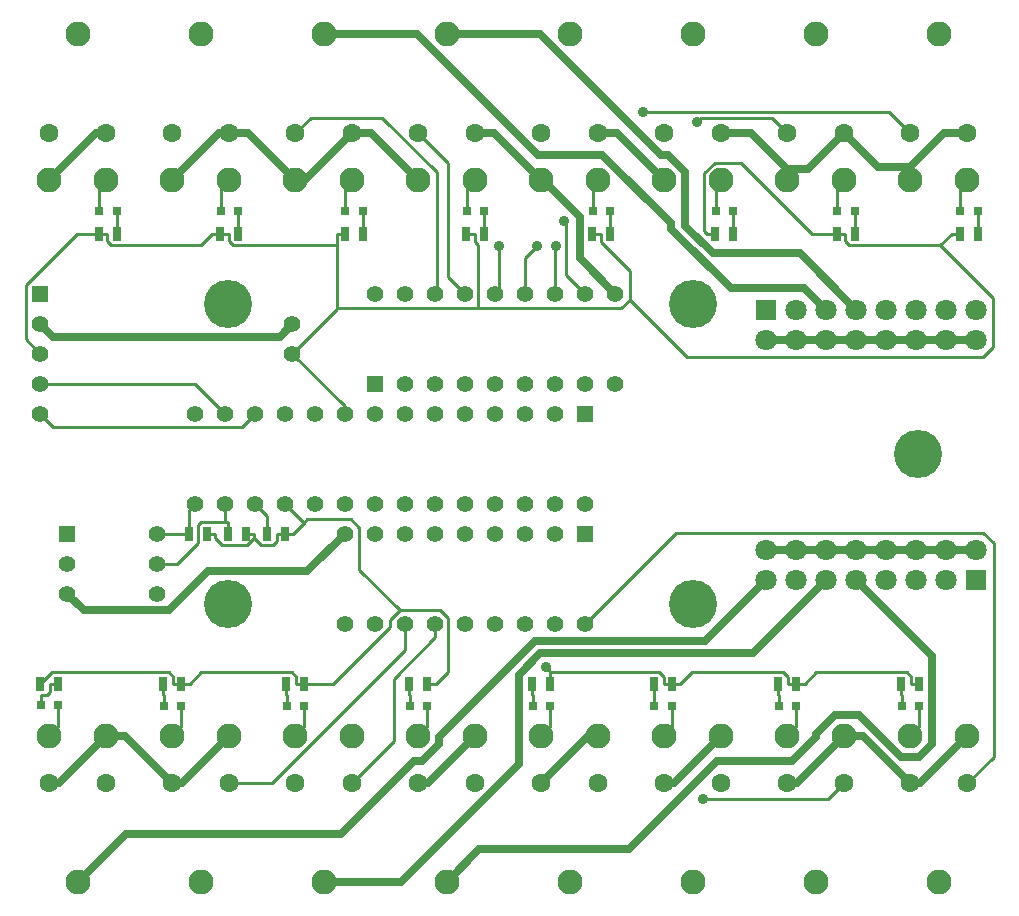
<source format=gtl>
G04 (created by PCBNEW (2013-07-07 BZR 4022)-stable) date 3/14/2014 4:09:09 PM*
%MOIN*%
G04 Gerber Fmt 3.4, Leading zero omitted, Abs format*
%FSLAX34Y34*%
G01*
G70*
G90*
G04 APERTURE LIST*
%ADD10C,0.00590551*%
%ADD11R,0.025X0.045*%
%ADD12R,0.055X0.055*%
%ADD13C,0.055*%
%ADD14R,0.0314X0.0314*%
%ADD15C,0.083*%
%ADD16C,0.063*%
%ADD17R,0.0708661X0.0708661*%
%ADD18C,0.0708661*%
%ADD19C,0.16*%
%ADD20C,0.035*%
%ADD21C,0.025*%
%ADD22C,0.01*%
G04 APERTURE END LIST*
G54D10*
G54D11*
X62750Y-35500D03*
X63350Y-35500D03*
X58650Y-35500D03*
X59250Y-35500D03*
X66800Y-35500D03*
X67400Y-35500D03*
X46250Y-35500D03*
X46850Y-35500D03*
X61300Y-50500D03*
X60700Y-50500D03*
X49050Y-50500D03*
X48450Y-50500D03*
X44950Y-50500D03*
X44350Y-50500D03*
X50400Y-35500D03*
X51000Y-35500D03*
X65450Y-50500D03*
X64850Y-50500D03*
X70900Y-35500D03*
X71500Y-35500D03*
X47800Y-45500D03*
X48400Y-45500D03*
X45200Y-45500D03*
X45800Y-45500D03*
X46500Y-45500D03*
X47100Y-45500D03*
X54450Y-35500D03*
X55050Y-35500D03*
X69550Y-50500D03*
X68950Y-50500D03*
X40250Y-50500D03*
X40850Y-50500D03*
X53150Y-50500D03*
X52550Y-50500D03*
X42200Y-35500D03*
X42800Y-35500D03*
X57250Y-50500D03*
X56650Y-50500D03*
G54D12*
X40250Y-37500D03*
G54D13*
X40250Y-38500D03*
X40250Y-39500D03*
X40250Y-40500D03*
X40250Y-41500D03*
G54D14*
X40255Y-51200D03*
X40845Y-51200D03*
X55045Y-34750D03*
X54455Y-34750D03*
X50995Y-34750D03*
X50405Y-34750D03*
X67395Y-34750D03*
X66805Y-34750D03*
X56655Y-51250D03*
X57245Y-51250D03*
X71495Y-34750D03*
X70905Y-34750D03*
X44355Y-51250D03*
X44945Y-51250D03*
X68955Y-51250D03*
X69545Y-51250D03*
X52555Y-51250D03*
X53145Y-51250D03*
X42795Y-34750D03*
X42205Y-34750D03*
X59245Y-34750D03*
X58655Y-34750D03*
X64855Y-51250D03*
X65445Y-51250D03*
X48455Y-51250D03*
X49045Y-51250D03*
X46845Y-34750D03*
X46255Y-34750D03*
X63345Y-34750D03*
X62755Y-34750D03*
X60705Y-51250D03*
X61295Y-51250D03*
G54D12*
X41150Y-45500D03*
G54D13*
X41150Y-46500D03*
X41150Y-47500D03*
X44150Y-47500D03*
X44150Y-46500D03*
X44150Y-45500D03*
X57400Y-41500D03*
X56400Y-41500D03*
X55400Y-41500D03*
X54400Y-41500D03*
X53400Y-41500D03*
X52400Y-41500D03*
X51400Y-41500D03*
X50400Y-41500D03*
X49400Y-41500D03*
X48400Y-41500D03*
X47400Y-41500D03*
X46400Y-41500D03*
X45400Y-41500D03*
G54D12*
X58400Y-41500D03*
G54D13*
X45400Y-44500D03*
X46400Y-44500D03*
X47400Y-44500D03*
X48400Y-44500D03*
X49400Y-44500D03*
X50400Y-44500D03*
X51400Y-44500D03*
X52400Y-44500D03*
X53400Y-44500D03*
X54400Y-44500D03*
X55400Y-44500D03*
X56400Y-44500D03*
X57400Y-44500D03*
X58400Y-44500D03*
G54D12*
X51400Y-40500D03*
G54D13*
X52400Y-40500D03*
X53400Y-40500D03*
X54400Y-40500D03*
X55400Y-40500D03*
X56400Y-40500D03*
X57400Y-40500D03*
X58400Y-40500D03*
X59400Y-40500D03*
X59400Y-37500D03*
X58400Y-37500D03*
X57400Y-37500D03*
X56400Y-37500D03*
X55400Y-37500D03*
X54400Y-37500D03*
X53400Y-37500D03*
X52400Y-37500D03*
X51400Y-37500D03*
G54D12*
X58400Y-45500D03*
G54D13*
X57400Y-45500D03*
X56400Y-45500D03*
X55400Y-45500D03*
X54400Y-45500D03*
X53400Y-45500D03*
X52400Y-45500D03*
X51400Y-45500D03*
X50400Y-45500D03*
X50400Y-48500D03*
X51400Y-48500D03*
X52400Y-48500D03*
X53400Y-48500D03*
X54400Y-48500D03*
X55400Y-48500D03*
X56400Y-48500D03*
X57400Y-48500D03*
X58400Y-48500D03*
X48650Y-39500D03*
X48650Y-38500D03*
G54D15*
X41500Y-28850D03*
G54D16*
X40550Y-32150D03*
X42450Y-32150D03*
G54D15*
X40550Y-33720D03*
X42450Y-33720D03*
X45600Y-28850D03*
G54D16*
X44650Y-32150D03*
X46550Y-32150D03*
G54D15*
X44650Y-33720D03*
X46550Y-33720D03*
X49700Y-28850D03*
G54D16*
X48750Y-32150D03*
X50650Y-32150D03*
G54D15*
X48750Y-33720D03*
X50650Y-33720D03*
X53800Y-28850D03*
G54D16*
X52850Y-32150D03*
X54750Y-32150D03*
G54D15*
X52850Y-33720D03*
X54750Y-33720D03*
X57900Y-28850D03*
G54D16*
X56950Y-32150D03*
X58850Y-32150D03*
G54D15*
X56950Y-33720D03*
X58850Y-33720D03*
X62000Y-28850D03*
G54D16*
X61050Y-32150D03*
X62950Y-32150D03*
G54D15*
X61050Y-33720D03*
X62950Y-33720D03*
X66100Y-28850D03*
G54D16*
X65150Y-32150D03*
X67050Y-32150D03*
G54D15*
X65150Y-33720D03*
X67050Y-33720D03*
X70200Y-28850D03*
G54D16*
X69250Y-32150D03*
X71150Y-32150D03*
G54D15*
X69250Y-33720D03*
X71150Y-33720D03*
X41500Y-57100D03*
G54D16*
X42450Y-53800D03*
X40550Y-53800D03*
G54D15*
X42450Y-52230D03*
X40550Y-52230D03*
X45600Y-57100D03*
G54D16*
X46550Y-53800D03*
X44650Y-53800D03*
G54D15*
X46550Y-52230D03*
X44650Y-52230D03*
X49700Y-57100D03*
G54D16*
X50650Y-53800D03*
X48750Y-53800D03*
G54D15*
X50650Y-52230D03*
X48750Y-52230D03*
X53800Y-57100D03*
G54D16*
X54750Y-53800D03*
X52850Y-53800D03*
G54D15*
X54750Y-52230D03*
X52850Y-52230D03*
X57900Y-57100D03*
G54D16*
X58850Y-53800D03*
X56950Y-53800D03*
G54D15*
X58850Y-52230D03*
X56950Y-52230D03*
X62000Y-57100D03*
G54D16*
X62950Y-53800D03*
X61050Y-53800D03*
G54D15*
X62950Y-52230D03*
X61050Y-52230D03*
X66100Y-57100D03*
G54D16*
X67050Y-53800D03*
X65150Y-53800D03*
G54D15*
X67050Y-52230D03*
X65150Y-52230D03*
X70200Y-57100D03*
G54D16*
X71150Y-53800D03*
X69250Y-53800D03*
G54D15*
X71150Y-52230D03*
X69250Y-52230D03*
G54D17*
X71450Y-47050D03*
G54D18*
X71450Y-46050D03*
X70450Y-47050D03*
X70450Y-46050D03*
X69450Y-47050D03*
X69450Y-46050D03*
X68450Y-47050D03*
X68450Y-46050D03*
X67450Y-47050D03*
X67450Y-46050D03*
X66450Y-47050D03*
X66450Y-46050D03*
X65450Y-47050D03*
X65450Y-46050D03*
X64450Y-47050D03*
X64450Y-46050D03*
G54D17*
X64450Y-38050D03*
G54D18*
X64450Y-39050D03*
X65450Y-38050D03*
X65450Y-39050D03*
X66450Y-38050D03*
X66450Y-39050D03*
X67450Y-38050D03*
X67450Y-39050D03*
X68450Y-38050D03*
X68450Y-39050D03*
X69450Y-38050D03*
X69450Y-39050D03*
X70450Y-38050D03*
X70450Y-39050D03*
X71450Y-38050D03*
X71450Y-39050D03*
G54D19*
X46500Y-47850D03*
X46500Y-37850D03*
X62000Y-37850D03*
X62000Y-47850D03*
X69500Y-42850D03*
G54D20*
X55540Y-35897D03*
X56805Y-35899D03*
X62132Y-31767D03*
X57431Y-35894D03*
X60325Y-31433D03*
X57709Y-35089D03*
X62349Y-54329D03*
X57116Y-49936D03*
G54D21*
X61380Y-53800D02*
X61050Y-53800D01*
X62950Y-52230D02*
X61380Y-53800D01*
X42120Y-32150D02*
X42450Y-32150D01*
X40550Y-33720D02*
X42120Y-32150D01*
X46220Y-32150D02*
X46550Y-32150D01*
X44650Y-33720D02*
X46220Y-32150D01*
X47180Y-32150D02*
X48750Y-33720D01*
X46550Y-32150D02*
X47180Y-32150D01*
X51280Y-32150D02*
X50650Y-32150D01*
X52850Y-33720D02*
X51280Y-32150D01*
X49080Y-33720D02*
X48750Y-33720D01*
X50650Y-32150D02*
X49080Y-33720D01*
X65150Y-33352D02*
X65150Y-33720D01*
X63947Y-32150D02*
X65150Y-33352D01*
X62950Y-32150D02*
X63947Y-32150D01*
X65847Y-33352D02*
X67050Y-32150D01*
X65150Y-33352D02*
X65847Y-33352D01*
X69250Y-33720D02*
X69250Y-33262D01*
X70362Y-32150D02*
X69250Y-33262D01*
X71150Y-32150D02*
X70362Y-32150D01*
X68162Y-33262D02*
X67050Y-32150D01*
X69250Y-33262D02*
X68162Y-33262D01*
X69580Y-53800D02*
X69250Y-53800D01*
X71150Y-52230D02*
X69580Y-53800D01*
X67680Y-52230D02*
X67050Y-52230D01*
X69250Y-53800D02*
X67680Y-52230D01*
X65480Y-53800D02*
X65150Y-53800D01*
X67050Y-52230D02*
X65480Y-53800D01*
X44980Y-53800D02*
X44650Y-53800D01*
X46550Y-52230D02*
X44980Y-53800D01*
X43080Y-52230D02*
X42450Y-52230D01*
X44650Y-53800D02*
X43080Y-52230D01*
X40880Y-53800D02*
X40550Y-53800D01*
X42450Y-52230D02*
X40880Y-53800D01*
X59480Y-32150D02*
X61050Y-33720D01*
X58850Y-32150D02*
X59480Y-32150D01*
X55380Y-32150D02*
X54750Y-32150D01*
X56950Y-33720D02*
X55380Y-32150D01*
X56992Y-33720D02*
X56950Y-33720D01*
X58222Y-34950D02*
X56992Y-33720D01*
X58222Y-36322D02*
X58222Y-34950D01*
X59400Y-37500D02*
X58222Y-36322D01*
X58520Y-52230D02*
X56950Y-53800D01*
X58850Y-52230D02*
X58520Y-52230D01*
X53180Y-53800D02*
X52850Y-53800D01*
X54750Y-52230D02*
X53180Y-53800D01*
X71450Y-39050D02*
X70450Y-39050D01*
X70450Y-39050D02*
X69450Y-39050D01*
X69450Y-39050D02*
X68450Y-39050D01*
X68450Y-39050D02*
X67450Y-39050D01*
X67450Y-39050D02*
X66450Y-39050D01*
X66450Y-39050D02*
X65450Y-39050D01*
X65450Y-39050D02*
X64450Y-39050D01*
X64450Y-46050D02*
X65450Y-46050D01*
X65450Y-46050D02*
X66450Y-46050D01*
X66450Y-46050D02*
X67450Y-46050D01*
X69450Y-46050D02*
X70450Y-46050D01*
X70450Y-46050D02*
X71450Y-46050D01*
X40678Y-38928D02*
X40250Y-38500D01*
X48221Y-38928D02*
X40678Y-38928D01*
X48650Y-38500D02*
X48221Y-38928D01*
X67450Y-46050D02*
X68450Y-46050D01*
X68450Y-46050D02*
X69450Y-46050D01*
X49149Y-46750D02*
X50400Y-45500D01*
X45849Y-46750D02*
X49149Y-46750D01*
X44549Y-48050D02*
X45849Y-46750D01*
X41700Y-48050D02*
X44549Y-48050D01*
X41150Y-47500D02*
X41700Y-48050D01*
G54D22*
X45200Y-44700D02*
X45200Y-45500D01*
X45400Y-44500D02*
X45200Y-44700D01*
X45200Y-45500D02*
X44150Y-45500D01*
X46400Y-44500D02*
X46400Y-45106D01*
X46418Y-45124D02*
X46400Y-45106D01*
X46500Y-45124D02*
X46418Y-45124D01*
X44793Y-46500D02*
X44150Y-46500D01*
X45500Y-45793D02*
X44793Y-46500D01*
X45500Y-45222D02*
X45500Y-45793D01*
X45616Y-45106D02*
X45500Y-45222D01*
X46400Y-45106D02*
X45616Y-45106D01*
X46500Y-45500D02*
X46500Y-45124D01*
X47800Y-44900D02*
X47800Y-45500D01*
X47400Y-44500D02*
X47800Y-44900D01*
X50405Y-33965D02*
X50405Y-34750D01*
X50650Y-33720D02*
X50405Y-33965D01*
X50995Y-35119D02*
X51000Y-35124D01*
X50995Y-34750D02*
X50995Y-35119D01*
X51000Y-35500D02*
X51000Y-35124D01*
X66805Y-33965D02*
X66805Y-34750D01*
X67050Y-33720D02*
X66805Y-33965D01*
X67395Y-35119D02*
X67400Y-35124D01*
X67395Y-34750D02*
X67395Y-35119D01*
X67400Y-35500D02*
X67400Y-35124D01*
X61295Y-51985D02*
X61295Y-51250D01*
X61050Y-52230D02*
X61295Y-51985D01*
X60705Y-50880D02*
X60700Y-50875D01*
X60705Y-51250D02*
X60705Y-50880D01*
X60700Y-50500D02*
X60700Y-50875D01*
X44945Y-51935D02*
X44945Y-51250D01*
X44650Y-52230D02*
X44945Y-51935D01*
X44355Y-50880D02*
X44350Y-50875D01*
X44355Y-51250D02*
X44355Y-50880D01*
X44350Y-50500D02*
X44350Y-50875D01*
X54455Y-34015D02*
X54455Y-34750D01*
X54750Y-33720D02*
X54455Y-34015D01*
X55045Y-35119D02*
X55050Y-35124D01*
X55045Y-34750D02*
X55045Y-35119D01*
X55050Y-35500D02*
X55050Y-35124D01*
X70905Y-33965D02*
X70905Y-34750D01*
X71150Y-33720D02*
X70905Y-33965D01*
X71495Y-35119D02*
X71500Y-35124D01*
X71495Y-34750D02*
X71495Y-35119D01*
X71500Y-35500D02*
X71500Y-35124D01*
X57245Y-51935D02*
X57245Y-51250D01*
X56950Y-52230D02*
X57245Y-51935D01*
X56655Y-50880D02*
X56650Y-50875D01*
X56655Y-51250D02*
X56655Y-50880D01*
X56650Y-50500D02*
X56650Y-50875D01*
X40845Y-51935D02*
X40845Y-51200D01*
X40550Y-52230D02*
X40845Y-51935D01*
X40574Y-50775D02*
X40574Y-50500D01*
X40457Y-50892D02*
X40574Y-50775D01*
X40255Y-50892D02*
X40457Y-50892D01*
X40255Y-51200D02*
X40255Y-50892D01*
X40850Y-50500D02*
X40574Y-50500D01*
X42205Y-33965D02*
X42205Y-34750D01*
X42450Y-33720D02*
X42205Y-33965D01*
X42795Y-35119D02*
X42800Y-35124D01*
X42795Y-34750D02*
X42795Y-35119D01*
X42800Y-35500D02*
X42800Y-35124D01*
X58655Y-33915D02*
X58655Y-34750D01*
X58850Y-33720D02*
X58655Y-33915D01*
X59245Y-35119D02*
X59250Y-35124D01*
X59245Y-34750D02*
X59245Y-35119D01*
X59250Y-35500D02*
X59250Y-35124D01*
X69545Y-51935D02*
X69545Y-51250D01*
X69250Y-52230D02*
X69545Y-51935D01*
X68955Y-50880D02*
X68950Y-50875D01*
X68955Y-51250D02*
X68955Y-50880D01*
X68950Y-50500D02*
X68950Y-50875D01*
X53145Y-51935D02*
X53145Y-51250D01*
X52850Y-52230D02*
X53145Y-51935D01*
X52555Y-50880D02*
X52550Y-50875D01*
X52555Y-51250D02*
X52555Y-50880D01*
X52550Y-50500D02*
X52550Y-50875D01*
X46255Y-34015D02*
X46255Y-34750D01*
X46550Y-33720D02*
X46255Y-34015D01*
X46845Y-35119D02*
X46850Y-35124D01*
X46845Y-34750D02*
X46845Y-35119D01*
X46850Y-35500D02*
X46850Y-35124D01*
X62755Y-33915D02*
X62755Y-34750D01*
X62950Y-33720D02*
X62755Y-33915D01*
X63345Y-35119D02*
X63350Y-35124D01*
X63345Y-34750D02*
X63345Y-35119D01*
X63350Y-35500D02*
X63350Y-35124D01*
X65445Y-51935D02*
X65445Y-51250D01*
X65150Y-52230D02*
X65445Y-51935D01*
X64855Y-50880D02*
X64850Y-50875D01*
X64855Y-51250D02*
X64855Y-50880D01*
X64850Y-50500D02*
X64850Y-50875D01*
X49045Y-51935D02*
X49045Y-51250D01*
X48750Y-52230D02*
X49045Y-51935D01*
X48455Y-50880D02*
X48450Y-50875D01*
X48455Y-51250D02*
X48455Y-50880D01*
X48450Y-50500D02*
X48450Y-50875D01*
X61424Y-45475D02*
X58400Y-48500D01*
X71675Y-45475D02*
X61424Y-45475D01*
X72021Y-45820D02*
X71675Y-45475D01*
X72021Y-52928D02*
X72021Y-45820D01*
X71150Y-53800D02*
X72021Y-52928D01*
X53466Y-37433D02*
X53400Y-37500D01*
X53466Y-33457D02*
X53466Y-37433D01*
X51643Y-31634D02*
X53466Y-33457D01*
X49265Y-31634D02*
X51643Y-31634D01*
X48750Y-32150D02*
X49265Y-31634D01*
X53835Y-36935D02*
X54400Y-37500D01*
X53835Y-33135D02*
X53835Y-36935D01*
X52850Y-32150D02*
X53835Y-33135D01*
X55540Y-37359D02*
X55400Y-37500D01*
X55540Y-35897D02*
X55540Y-37359D01*
X56400Y-36304D02*
X56805Y-35899D01*
X56400Y-37500D02*
X56400Y-36304D01*
X57400Y-35926D02*
X57431Y-35894D01*
X57400Y-37500D02*
X57400Y-35926D01*
X62265Y-31634D02*
X62132Y-31767D01*
X64634Y-31634D02*
X62265Y-31634D01*
X65150Y-32150D02*
X64634Y-31634D01*
X68533Y-31433D02*
X60325Y-31433D01*
X69250Y-32150D02*
X68533Y-31433D01*
X57763Y-36863D02*
X58400Y-37500D01*
X57763Y-35143D02*
X57763Y-36863D01*
X57709Y-35089D02*
X57763Y-35143D01*
X66520Y-54329D02*
X62349Y-54329D01*
X67050Y-53800D02*
X66520Y-54329D01*
X53400Y-48953D02*
X53400Y-48500D01*
X52027Y-50326D02*
X53400Y-48953D01*
X52027Y-52422D02*
X52027Y-50326D01*
X50650Y-53800D02*
X52027Y-52422D01*
X52400Y-49381D02*
X52400Y-48500D01*
X47981Y-53800D02*
X52400Y-49381D01*
X46550Y-53800D02*
X47981Y-53800D01*
G54D21*
X65718Y-37318D02*
X66450Y-38050D01*
X63259Y-37318D02*
X65718Y-37318D01*
X61271Y-35330D02*
X63259Y-37318D01*
X61271Y-35157D02*
X61271Y-35330D01*
X58978Y-32865D02*
X61271Y-35157D01*
X56830Y-32865D02*
X58978Y-32865D01*
X52815Y-28850D02*
X56830Y-32865D01*
X49700Y-28850D02*
X52815Y-28850D01*
X65554Y-36154D02*
X67450Y-38050D01*
X62661Y-36154D02*
X65554Y-36154D01*
X61741Y-35234D02*
X62661Y-36154D01*
X61741Y-33427D02*
X61741Y-35234D01*
X61178Y-32865D02*
X61741Y-33427D01*
X60930Y-32865D02*
X61178Y-32865D01*
X56915Y-28850D02*
X60930Y-32865D01*
X53800Y-28850D02*
X56915Y-28850D01*
X54883Y-56016D02*
X53800Y-57100D01*
X59876Y-56016D02*
X54883Y-56016D01*
X62808Y-53084D02*
X59876Y-56016D01*
X65301Y-53084D02*
X62808Y-53084D01*
X66100Y-52286D02*
X65301Y-53084D01*
X66100Y-52176D02*
X66100Y-52286D01*
X66750Y-51526D02*
X66100Y-52176D01*
X67542Y-51526D02*
X66750Y-51526D01*
X68948Y-52932D02*
X67542Y-51526D01*
X69546Y-52932D02*
X68948Y-52932D01*
X69986Y-52493D02*
X69546Y-52932D01*
X69986Y-49586D02*
X69986Y-52493D01*
X67450Y-47050D02*
X69986Y-49586D01*
X52285Y-57100D02*
X49700Y-57100D01*
X56207Y-53177D02*
X52285Y-57100D01*
X56207Y-50193D02*
X56207Y-53177D01*
X56915Y-49486D02*
X56207Y-50193D01*
X64013Y-49486D02*
X56915Y-49486D01*
X66450Y-47050D02*
X64013Y-49486D01*
X43093Y-55506D02*
X41500Y-57100D01*
X50283Y-55506D02*
X43093Y-55506D01*
X52704Y-53084D02*
X50283Y-55506D01*
X52971Y-53084D02*
X52704Y-53084D01*
X53544Y-52511D02*
X52971Y-53084D01*
X53544Y-52269D02*
X53544Y-52511D01*
X56734Y-49079D02*
X53544Y-52269D01*
X62420Y-49079D02*
X56734Y-49079D01*
X64450Y-47050D02*
X62420Y-49079D01*
G54D22*
X40684Y-41934D02*
X40250Y-41500D01*
X46965Y-41934D02*
X40684Y-41934D01*
X47400Y-41500D02*
X46965Y-41934D01*
X45400Y-40500D02*
X40250Y-40500D01*
X46400Y-41500D02*
X45400Y-40500D01*
X62750Y-35500D02*
X62474Y-35500D01*
X44674Y-50259D02*
X44674Y-50500D01*
X44540Y-50124D02*
X44674Y-50259D01*
X40625Y-50124D02*
X44540Y-50124D01*
X40250Y-50500D02*
X40625Y-50124D01*
X44812Y-50500D02*
X44674Y-50500D01*
X49050Y-50500D02*
X49325Y-50500D01*
X44812Y-50500D02*
X44950Y-50500D01*
X48774Y-50259D02*
X48774Y-50500D01*
X48640Y-50124D02*
X48774Y-50259D01*
X45600Y-50124D02*
X48640Y-50124D01*
X45225Y-50500D02*
X45600Y-50124D01*
X44950Y-50500D02*
X45225Y-50500D01*
X49050Y-50500D02*
X48774Y-50500D01*
X65973Y-35500D02*
X66800Y-35500D01*
X63619Y-33146D02*
X65973Y-35500D01*
X62722Y-33146D02*
X63619Y-33146D01*
X62381Y-33486D02*
X62722Y-33146D01*
X62381Y-35406D02*
X62381Y-33486D01*
X62474Y-35500D02*
X62381Y-35406D01*
X48400Y-45500D02*
X48124Y-45500D01*
X47100Y-45500D02*
X47375Y-45500D01*
X45800Y-45500D02*
X46075Y-45500D01*
X46075Y-45637D02*
X46075Y-45500D01*
X46312Y-45875D02*
X46075Y-45637D01*
X47137Y-45875D02*
X46312Y-45875D01*
X47375Y-45637D02*
X47137Y-45875D01*
X47612Y-45875D02*
X47375Y-45637D01*
X47990Y-45875D02*
X47612Y-45875D01*
X48124Y-45740D02*
X47990Y-45875D01*
X48124Y-45500D02*
X48124Y-45740D01*
X47375Y-45637D02*
X47375Y-45500D01*
X50400Y-35500D02*
X50124Y-35500D01*
X46250Y-35500D02*
X46525Y-35500D01*
X46525Y-35740D02*
X46525Y-35500D01*
X46666Y-35882D02*
X46525Y-35740D01*
X50124Y-35882D02*
X46666Y-35882D01*
X50124Y-35882D02*
X50124Y-35500D01*
X46250Y-35500D02*
X45974Y-35500D01*
X39763Y-39013D02*
X40250Y-39500D01*
X39763Y-37209D02*
X39763Y-39013D01*
X41472Y-35500D02*
X39763Y-37209D01*
X42200Y-35500D02*
X41472Y-35500D01*
X45599Y-35875D02*
X45974Y-35500D01*
X42609Y-35875D02*
X45599Y-35875D01*
X42475Y-35740D02*
X42609Y-35875D01*
X42475Y-35500D02*
X42475Y-35740D01*
X42200Y-35500D02*
X42475Y-35500D01*
X50124Y-37987D02*
X50124Y-35882D01*
X54450Y-35500D02*
X54725Y-35500D01*
X58650Y-35500D02*
X58925Y-35500D01*
X54725Y-35775D02*
X54725Y-35500D01*
X54834Y-35884D02*
X54725Y-35775D01*
X54834Y-37987D02*
X54834Y-35884D01*
X50124Y-37987D02*
X54834Y-37987D01*
X70900Y-35500D02*
X70624Y-35500D01*
X66800Y-35500D02*
X67075Y-35500D01*
X70624Y-35500D02*
X70249Y-35875D01*
X67209Y-35875D02*
X70249Y-35875D01*
X67075Y-35740D02*
X67209Y-35875D01*
X67075Y-35500D02*
X67075Y-35740D01*
X61812Y-39611D02*
X59895Y-37695D01*
X71676Y-39611D02*
X61812Y-39611D01*
X72011Y-39276D02*
X71676Y-39611D01*
X72011Y-37637D02*
X72011Y-39276D01*
X70249Y-35875D02*
X72011Y-37637D01*
X59603Y-37987D02*
X59895Y-37695D01*
X54834Y-37987D02*
X59603Y-37987D01*
X58925Y-35775D02*
X58925Y-35500D01*
X59895Y-36745D02*
X58925Y-35775D01*
X59895Y-37695D02*
X59895Y-36745D01*
X50124Y-38025D02*
X50124Y-37987D01*
X48650Y-39500D02*
X50124Y-38025D01*
X50400Y-41250D02*
X50400Y-41500D01*
X48650Y-39500D02*
X50400Y-41250D01*
X53150Y-50500D02*
X53425Y-50500D01*
X65174Y-50259D02*
X65174Y-50500D01*
X65020Y-50105D02*
X65174Y-50259D01*
X61970Y-50105D02*
X65020Y-50105D01*
X61575Y-50500D02*
X61970Y-50105D01*
X61300Y-50500D02*
X61575Y-50500D01*
X65450Y-50500D02*
X65174Y-50500D01*
X66100Y-50124D02*
X65725Y-50500D01*
X69140Y-50124D02*
X66100Y-50124D01*
X69274Y-50259D02*
X69140Y-50124D01*
X69274Y-50500D02*
X69274Y-50259D01*
X69550Y-50500D02*
X69274Y-50500D01*
X65450Y-50500D02*
X65725Y-50500D01*
X48400Y-45500D02*
X48675Y-45500D01*
X53569Y-48058D02*
X52228Y-48058D01*
X53829Y-48318D02*
X53569Y-48058D01*
X53829Y-50095D02*
X53829Y-48318D01*
X53425Y-50500D02*
X53829Y-50095D01*
X50020Y-50500D02*
X49325Y-50500D01*
X51900Y-48620D02*
X50020Y-50500D01*
X51900Y-48387D02*
X51900Y-48620D01*
X52228Y-48058D02*
X51900Y-48387D01*
X48400Y-44500D02*
X49037Y-45137D01*
X49152Y-45022D02*
X49037Y-45137D01*
X50598Y-45022D02*
X49152Y-45022D01*
X50885Y-45310D02*
X50598Y-45022D01*
X50885Y-46715D02*
X50885Y-45310D01*
X52228Y-48058D02*
X50885Y-46715D01*
X49037Y-45137D02*
X48675Y-45500D01*
X61300Y-50500D02*
X61024Y-50500D01*
X57250Y-50069D02*
X57250Y-50122D01*
X57116Y-49936D02*
X57250Y-50069D01*
X60887Y-50122D02*
X57250Y-50122D01*
X61024Y-50259D02*
X60887Y-50122D01*
X61024Y-50500D02*
X61024Y-50259D01*
X57250Y-50122D02*
X57250Y-50500D01*
M02*

</source>
